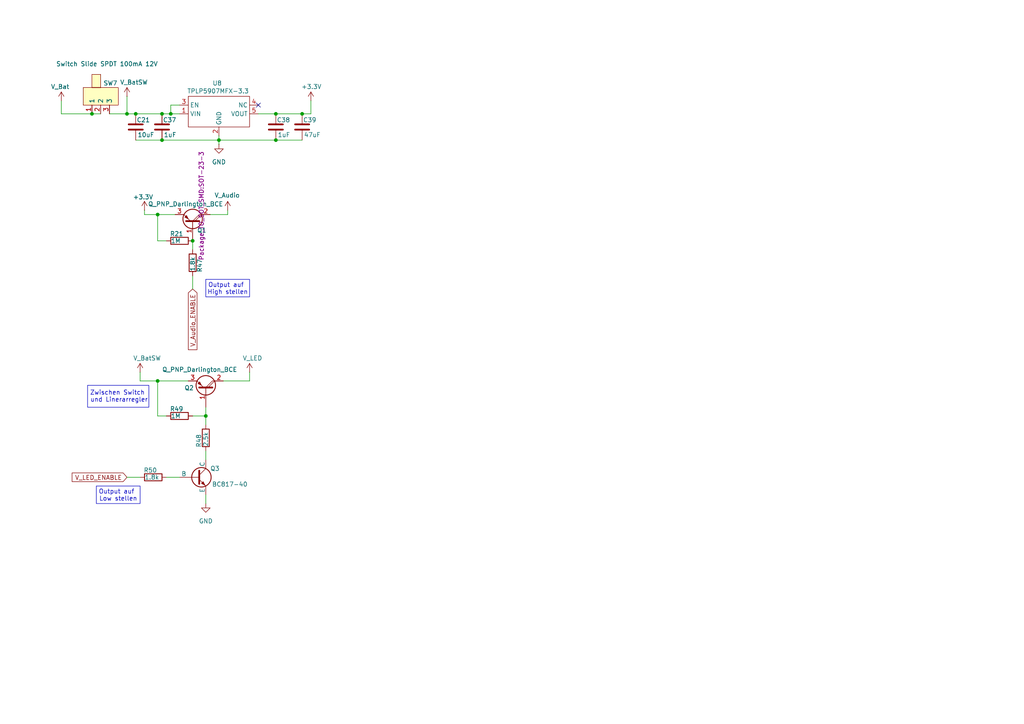
<source format=kicad_sch>
(kicad_sch (version 20231120) (generator "eeschema") (generator_version "8.0")
  (paper "A4")
  (lib_symbols
    (symbol "Device:C" (pin_numbers hide) (pin_names (offset 0.254))
      (property "Reference" "C" (at 0.635 2.54 0))
      (property "Value" "C" (at 0.635 -2.54 0))
      (symbol "C_0_1"
        (polyline (pts (xy -2.032 -0.762) (xy 2.032 -0.762)) (stroke (width 0.508)))
        (polyline (pts (xy -2.032 0.762) (xy 2.032 0.762)) (stroke (width 0.508)))
      )
      (symbol "C_1_1"
        (pin passive line (at 0 3.81 270) (length 2.794) (name "~") (number "1"))
        (pin passive line (at 0 -3.81 90) (length 2.794) (name "~") (number "2"))
      )
    )
    (symbol "Device:Q_PNP_Darlington_BCE" (pin_names (offset 0) hide)
      (property "Reference" "Q" (at 4.572 1.27 0))
      (property "Value" "Q_PNP_Darlington_BCE" (at 4.572 -1.27 0))
      (symbol "Q_PNP_Darlington_BCE_0_1"
        (polyline (pts (xy 0.635 0.635) (xy 2.54 2.54)))
        (polyline (pts (xy 0.635 -0.635) (xy 2.54 -2.54) (xy 2.54 -2.54)))
        (polyline (pts (xy 0.635 0) (xy 2.54 1.905) (xy 2.54 2.54)))
        (polyline (pts (xy 0.635 1.905) (xy 0.635 -1.905) (xy 0.635 -1.905)) (stroke (width 0.508)))
        (polyline (pts (xy 2.286 -1.778) (xy 1.778 -2.286) (xy 1.27 -1.27) (xy 2.286 -1.778) (xy 2.286 -1.778)) (fill (type outline)))
        (circle (center 1.27 0) (radius 2.8194) (stroke (width 0.254)))
      )
      (symbol "Q_PNP_Darlington_BCE_1_1"
        (pin input line (at -5.08 0 0) (length 5.715) (name "B") (number "1"))
        (pin passive line (at 2.54 5.08 270) (length 2.54) (name "C") (number "2"))
        (pin passive line (at 2.54 -5.08 90) (length 2.54) (name "E") (number "3"))
      )
    )
    (symbol "Device:R" (pin_numbers hide) (pin_names (offset 0))
      (property "Reference" "R" (at 2.032 0 90))
      (property "Value" "R" (at 0 0 90))
      (symbol "R_0_1"
        (rectangle (start -1.016 -2.54) (end 1.016 2.54) (stroke (width 0.254)))
      )
      (symbol "R_1_1"
        (pin passive line (at 0 3.81 270) (length 1.27) (name "~") (number "1"))
        (pin passive line (at 0 -3.81 90) (length 1.27) (name "~") (number "2"))
      )
    )
    (symbol "Eduboard_Kicadlib:1FS1T1B9M2RES-5"
      (property "Reference" "SW?" (at 0 0 0))
      (property "Value" "1FS1T1B9M2RES-5" (at 0 -10.16 0))
      (symbol "1FS1T1B9M2RES-5_0_1"
        (rectangle (start -5.08 2.54) (end 5.08 -2.54) (fill (type background)))
        (rectangle (start -2.54 6.35) (end 0 2.54) (fill (type background)))
        (pin unspecified line (at -2.54 -5.08 90) (length 2.54) (name "1") (number "1"))
        (pin unspecified line (at 0 -5.08 90) (length 2.54) (name "2") (number "2"))
        (pin unspecified line (at 2.54 -5.08 90) (length 2.54) (name "3") (number "3"))
      )
    )
    (symbol "Library:TPLP5907MFX-3.3"
      (property "Reference" "U" (at 0 11.684 0))
      (property "Value" "TPLP5907MFX-3.3" (at 0 0 0))
      (symbol "TPLP5907MFX-3.3_0_1"
        (rectangle (start -8.89 6.35) (end 8.89 -2.54))
      )
      (symbol "TPLP5907MFX-3.3_1_1"
        (pin power_in line (at -11.43 1.27 0) (length 2.54) (name "VIN") (number "1"))
        (pin power_in line (at 0 -5.08 90) (length 2.54) (name "GND") (number "2"))
        (pin input line (at -11.43 3.81 0) (length 2.54) (name "EN") (number "3"))
        (pin input line (at 11.43 3.81 180) (length 2.54) (name "NC") (number "4"))
        (pin power_out line (at 11.43 1.27 180) (length 2.54) (name "VOUT") (number "5"))
      )
    )
    (symbol "Simulation_SPICE:NPN" (pin_numbers hide) (pin_names (offset 0))
      (property "Reference" "Q" (at -2.54 7.62 0))
      (property "Value" "NPN" (at -2.54 5.08 0))
      (symbol "NPN_0_1"
        (polyline (pts (xy -2.54 0) (xy 0.635 0)) (stroke (width 0.1524)))
        (polyline (pts (xy 0.635 0.635) (xy 2.54 2.54)))
        (polyline (pts (xy 2.794 -1.27) (xy 2.794 -1.27)) (stroke (width 0.1524)))
        (polyline (pts (xy 2.794 -1.27) (xy 2.794 -1.27)) (stroke (width 0.1524)))
        (polyline (pts (xy 0.635 -0.635) (xy 2.54 -2.54) (xy 2.54 -2.54)))
        (polyline (pts (xy 0.635 1.905) (xy 0.635 -1.905) (xy 0.635 -1.905)) (stroke (width 0.508)))
        (polyline (pts (xy 1.27 -1.778) (xy 1.778 -1.27) (xy 2.286 -2.286) (xy 1.27 -1.778) (xy 1.27 -1.778)) (fill (type outline)))
        (circle (center 1.27 0) (radius 2.8194) (stroke (width 0.254)))
      )
      (symbol "NPN_1_1"
        (pin open_collector line (at 2.54 5.08 270) (length 2.54) (name "C") (number "1"))
        (pin input line (at -5.08 0 0) (length 2.54) (name "B") (number "2"))
        (pin open_emitter line (at 2.54 -5.08 90) (length 2.54) (name "E") (number "3"))
      )
    )
    (symbol "power:+3.3V" (power) (pin_numbers hide) (pin_names (offset 0) hide)
      (property "Value" "+3.3V" (at 0 3.556 0))
      (symbol "+3.3V_0_1"
        (polyline (pts (xy -0.762 1.27) (xy 0 2.54)))
        (polyline (pts (xy 0 0) (xy 0 2.54)))
        (polyline (pts (xy 0 2.54) (xy 0.762 1.27)))
      )
      (symbol "+3.3V_1_1"
        (pin power_in line (at 0 0 90) (length 0) (name "~") (number "1"))
      )
    )
    (symbol "power:GND" (power) (pin_numbers hide) (pin_names (offset 0) hide)
      (property "Value" "GND" (at 0 -3.81 0))
      (symbol "GND_0_1"
        (polyline (pts (xy 0 0) (xy 0 -1.27) (xy 1.27 -1.27) (xy 0 -2.54) (xy -1.27 -1.27) (xy 0 -1.27)))
      )
      (symbol "GND_1_1"
        (pin power_in line (at 0 0 270) (length 0) (name "~") (number "1"))
      )
    )
  )
  (junction (at 45.72 62.23))
  (junction (at 45.72 110.49))
  (junction (at 80.01 40.64))
  (junction (at 26.67 33.02))
  (junction (at 80.01 33.02))
  (junction (at 49.53 33.02))
  (junction (at 46.99 40.64))
  (junction (at 39.37 33.02))
  (junction (at 87.63 33.02))
  (junction (at 55.88 69.85))
  (junction (at 63.5 40.64))
  (junction (at 59.69 120.65))
  (junction (at 36.83 33.02))
  (junction (at 46.99 33.02))
  (no_connect (at 74.93 30.48))
  (wire (pts (xy 49.53 33.02) (xy 52.07 33.02)))
  (wire (pts (xy 59.69 123.19) (xy 59.69 120.65)))
  (wire (pts (xy 31.75 33.02) (xy 36.83 33.02)))
  (wire (pts (xy 90.17 29.21) (xy 90.17 33.02)))
  (wire (pts (xy 36.83 138.43) (xy 40.64 138.43)))
  (wire (pts (xy 63.5 39.37) (xy 63.5 40.64)))
  (wire (pts (xy 46.99 33.02) (xy 49.53 33.02)))
  (wire (pts (xy 66.04 62.23) (xy 60.96 62.23)))
  (wire (pts (xy 55.88 72.39) (xy 55.88 69.85)))
  (wire (pts (xy 41.91 60.96) (xy 41.91 62.23)))
  (wire (pts (xy 45.72 120.65) (xy 48.26 120.65)))
  (wire (pts (xy 74.93 33.02) (xy 80.01 33.02)))
  (wire (pts (xy 55.88 120.65) (xy 59.69 120.65)))
  (wire (pts (xy 41.91 62.23) (xy 45.72 62.23)))
  (wire (pts (xy 36.83 27.94) (xy 36.83 33.02)))
  (wire (pts (xy 45.72 62.23) (xy 45.72 69.85)))
  (wire (pts (xy 52.07 30.48) (xy 49.53 30.48)))
  (wire (pts (xy 80.01 40.64) (xy 87.63 40.64)))
  (wire (pts (xy 55.88 83.82) (xy 55.88 80.01)))
  (wire (pts (xy 63.5 40.64) (xy 80.01 40.64)))
  (wire (pts (xy 45.72 62.23) (xy 50.8 62.23)))
  (wire (pts (xy 63.5 41.91) (xy 63.5 40.64)))
  (wire (pts (xy 72.39 107.95) (xy 72.39 110.49)))
  (wire (pts (xy 80.01 33.02) (xy 87.63 33.02)))
  (wire (pts (xy 36.83 33.02) (xy 39.37 33.02)))
  (wire (pts (xy 48.26 138.43) (xy 52.07 138.43)))
  (wire (pts (xy 45.72 69.85) (xy 48.26 69.85)))
  (wire (pts (xy 54.61 110.49) (xy 45.72 110.49)))
  (wire (pts (xy 46.99 40.64) (xy 63.5 40.64)))
  (wire (pts (xy 64.77 110.49) (xy 72.39 110.49)))
  (wire (pts (xy 66.04 60.96) (xy 66.04 62.23)))
  (wire (pts (xy 59.69 133.35) (xy 59.69 130.81)))
  (wire (pts (xy 45.72 110.49) (xy 40.64 110.49)))
  (wire (pts (xy 59.69 146.05) (xy 59.69 143.51)))
  (wire (pts (xy 49.53 30.48) (xy 49.53 33.02)))
  (wire (pts (xy 45.72 110.49) (xy 45.72 120.65)))
  (wire (pts (xy 87.63 33.02) (xy 90.17 33.02)))
  (wire (pts (xy 39.37 33.02) (xy 46.99 33.02)))
  (wire (pts (xy 40.64 107.95) (xy 40.64 110.49)))
  (wire (pts (xy 17.78 33.02) (xy 26.67 33.02)))
  (wire (pts (xy 59.69 120.65) (xy 59.69 118.11)))
  (wire (pts (xy 26.67 33.02) (xy 29.21 33.02)))
  (wire (pts (xy 39.37 40.64) (xy 46.99 40.64)))
  (wire (pts (xy 17.78 29.21) (xy 17.78 33.02)))
  (rectangle (start 25.4 111.76) (end 43.18 118.11))
  (rectangle (start 59.69 86.106) (end 72.39 81.026))
  (rectangle (start 27.94 140.97) (end 40.64 146.05))
  (text "Output auf \nLow stellen" (at 34.29 143.764 0) (effects (font (size 1.27 1.27))))
  (text "Output auf \nHigh stellen" (at 66.04 83.82 0) (effects (font (size 1.27 1.27))))
  (text "Zwischen Switch \nund Linerarregler" (at 34.544 115.062 0) (effects (font (size 1.27 1.27))))
  (global_label "V_LED_ENABLE" (shape input) (at 36.83 138.43 180) (property "Intersheetrefs" "${INTERSHEET_REFS}" (effects (hide yes))))
  (global_label "V_Audio_ENABLE" (shape input) (at 55.88 83.82 270) (property "Intersheetrefs" "${INTERSHEET_REFS}" (effects (hide yes))))
  (symbol (lib_id "Library:TPLP5907MFX-3.3") (at 63.5 34.29 0) (unit 1)
    (property "Reference" "U8" (at 62.992 24.13 0))
    (property "Value" "TPLP5907MFX-3.3" (at 63.246 26.416 0))
    (property "Footprint" "Package_TO_SOT_SMD:SOT-23-5_HandSoldering" (effects (hide yes)))
    (property "Datasheet" "file:///C:/data/Schule/BuP/5_Semester/Marvin/MarvinProject/6_Semester/MarvinDatenblaetter/LinearVoltageRegulator/2411121130_TECH-PUBLIC-TPLP5907MFX-3-3_C5370990.pdf" (effects (hide yes)))
  )
  (symbol (lib_id "Simulation_SPICE:NPN") (at 57.15 138.43 0) (unit 1)
    (property "Reference" "Q3" (at 60.96 135.89 0) (effects (justify left)))
    (property "Value" "BC817-40" (at 61.468 140.462 0) (effects (justify left)))
    (property "Footprint" "Package_TO_SOT_SMD:SOT-23" (effects (hide yes)))
    (property "Datasheet" "file:///C:/data/Schule/BuP/5_Semester/Marvin/MarvinProject/6_Semester/MarvinDatenblaetter/BC817/BC817-16%20SERIES_K2001.pdf" (effects (hide yes)))
    (property "Description" "Bipolar transistor symbol for simulation only, substrate tied to the emitter" (effects (hide yes)))
    (property "Sim.Device" "NPN" (effects (hide yes)))
    (property "Sim.Type" "GUMMELPOON" (effects (hide yes)))
    (property "Sim.Pins" "1=C 2=B 3=E" (effects (hide yes)))
  )
  (symbol (lib_id "Device:Q_PNP_Darlington_BCE") (at 55.88 64.77 270) (mirror x) (unit 1)
    (property "Reference" "Q1" (at 57.15 66.802 90) (effects (justify left)))
    (property "Value" "Q_PNP_Darlington_BCE" (at 42.926 59.182 90) (effects (justify left)))
    (property "Footprint" "Package_TO_SOT_SMD:SOT-23-3" (at 58.42 59.69 0))
    (property "Description" "PNP Darlington transistor, base/collector/emitter" (effects (hide yes)))
  )
  (symbol (lib_id "Device:R") (at 52.07 120.65 270) (unit 1)
    (property "Reference" "R49" (at 49.276 118.618 90) (effects (justify left)))
    (property "Value" "1M" (at 49.53 120.65 90) (effects (justify left)))
    (property "Footprint" "Resistor_SMD:R_0805_2012Metric_Pad1.20x1.40mm_HandSolder" (effects (hide yes)))
    (property "Description" "Resistor" (effects (hide yes)))
  )
  (symbol (lib_id "Device:R") (at 59.69 127 0) (unit 1)
    (property "Reference" "R48" (at 57.658 129.794 90) (effects (justify left)))
    (property "Value" "2.5k" (at 59.69 129.54 90) (effects (justify left)))
    (property "Footprint" "Resistor_SMD:R_0805_2012Metric_Pad1.20x1.40mm_HandSolder" (effects (hide yes)))
    (property "Description" "Resistor" (effects (hide yes)))
  )
  (symbol (lib_id "power:+3.3V") (at 41.91 60.96 0) (mirror y) (unit 1)
    (property "Reference" "#PWR049" (effects (hide yes)))
    (property "Value" "+3.3V" (at 44.45 57.15 0) (effects (justify left)))
    (property "Description" "Power symbol creates a global label with name \"+3.3V\"" (effects (hide yes)))
  )
  (symbol (lib_id "power:+3.3V") (at 40.64 107.95 0) (unit 1)
    (property "Reference" "#PWR068" (effects (hide yes)))
    (property "Value" "V_BatSW" (at 38.608 103.886 0) (effects (justify left)))
    (property "Description" "Power symbol creates a global label with name \"+3.3V\"" (effects (hide yes)))
  )
  (symbol (lib_id "power:+3.3V") (at 36.83 27.94 0) (unit 1)
    (property "Reference" "#PWR070" (effects (hide yes)))
    (property "Value" "V_BatSW" (at 34.798 23.876 0) (effects (justify left)))
    (property "Description" "Power symbol creates a global label with name \"+3.3V\"" (effects (hide yes)))
  )
  (symbol (lib_id "Eduboard_Kicadlib:1FS1T1B9M2RES-5") (at 29.21 27.94 0) (unit 1)
    (property "Reference" "SW7" (at 29.972 24.13 0) (effects (justify left)))
    (property "Value" "Switch Slide SPDT 100mA 12V" (at 16.256 18.542 0) (effects (justify left)))
    (property "Footprint" "Library:SW" (effects (hide yes)))
    (property "Datasheet" "https://www.ckswitches.com/media/1428/os.pdf" (effects (hide yes)))
    (property "Manufacturer" "Dailywell(德利威)" (effects (hide yes)))
    (property "LCSC Part" "OS102011MA1QN1" (effects (hide yes)))
    (property "JLC Part" "Extended Part" (effects (hide yes)))
  )
  (symbol (lib_id "Device:Q_PNP_Darlington_BCE") (at 59.69 113.03 270) (mirror x) (unit 1)
    (property "Reference" "Q2" (at 54.864 112.522 90))
    (property "Value" "Q_PNP_Darlington_BCE" (at 57.912 107.188 90))
    (property "Footprint" "Package_TO_SOT_SMD:SOT-23-3" (effects (hide yes)))
    (property "Description" "PNP Darlington transistor, base/collector/emitter" (effects (hide yes)))
  )
  (symbol (lib_id "Device:C") (at 46.99 36.83 0) (unit 1)
    (property "Reference" "C37" (at 47.244 34.798 0) (effects (justify left)))
    (property "Value" "1uF" (at 47.498 39.116 0) (effects (justify left)))
    (property "Footprint" "Capacitor_SMD:C_0805_2012Metric_Pad1.18x1.45mm_HandSolder" (effects (hide yes)))
    (property "Description" "Unpolarized capacitor" (effects (hide yes)))
  )
  (symbol (lib_id "power:+3.3V") (at 17.78 29.21 0) (unit 1)
    (property "Reference" "#PWR066" (effects (hide yes)))
    (property "Value" "V_Bat" (at 14.732 25.146 0) (effects (justify left)))
    (property "Description" "Power symbol creates a global label with name \"+3.3V\"" (effects (hide yes)))
  )
  (symbol (lib_id "power:+3.3V") (at 90.17 29.21 0) (unit 1)
    (property "Reference" "#PWR065" (effects (hide yes)))
    (property "Value" "+3.3V" (at 87.376 25.146 0) (effects (justify left)))
    (property "Description" "Power symbol creates a global label with name \"+3.3V\"" (effects (hide yes)))
  )
  (symbol (lib_id "Device:C") (at 39.37 36.83 0) (unit 1)
    (property "Reference" "C21" (at 39.624 34.798 0) (effects (justify left)))
    (property "Value" "10uF" (at 39.878 39.116 0) (effects (justify left)))
    (property "Footprint" "Capacitor_SMD:C_1206_3216Metric_Pad1.33x1.80mm_HandSolder" (effects (hide yes)))
    (property "Description" "Unpolarized capacitor" (effects (hide yes)))
  )
  (symbol (lib_id "Device:R") (at 44.45 138.43 270) (unit 1)
    (property "Reference" "R50" (at 41.656 136.398 90) (effects (justify left)))
    (property "Value" "1.8k" (at 41.91 138.43 90) (effects (justify left)))
    (property "Footprint" "Resistor_SMD:R_0805_2012Metric_Pad1.20x1.40mm_HandSolder" (effects (hide yes)))
    (property "Description" "Resistor" (effects (hide yes)))
  )
  (symbol (lib_id "power:+3.3V") (at 72.39 107.95 0) (unit 1)
    (property "Reference" "#PWR069" (effects (hide yes)))
    (property "Value" "V_LED" (at 70.358 103.886 0) (effects (justify left)))
    (property "Description" "Power symbol creates a global label with name \"+3.3V\"" (effects (hide yes)))
  )
  (symbol (lib_id "Device:R") (at 52.07 69.85 270) (unit 1)
    (property "Reference" "R21" (at 49.276 67.818 90) (effects (justify left)))
    (property "Value" "1M" (at 49.53 69.85 90) (effects (justify left)))
    (property "Footprint" "Resistor_SMD:R_0805_2012Metric_Pad1.20x1.40mm_HandSolder" (effects (hide yes)))
    (property "Description" "Resistor" (effects (hide yes)))
  )
  (symbol (lib_id "power:+3.3V") (at 66.04 60.96 0) (mirror y) (unit 1)
    (property "Reference" "#PWR062" (effects (hide yes)))
    (property "Value" "V_Audio" (at 69.596 56.642 0) (effects (justify left)))
    (property "Description" "Power symbol creates a global label with name \"+3.3V\"" (effects (hide yes)))
  )
  (symbol (lib_id "Device:C") (at 87.63 36.83 0) (unit 1)
    (property "Reference" "C39" (at 87.884 34.798 0) (effects (justify left)))
    (property "Value" "47uF" (at 88.138 39.116 0) (effects (justify left)))
    (property "Footprint" "Capacitor_SMD:CP_Elec_6.3x5.9" (effects (hide yes)))
    (property "Description" "Unpolarized capacitor" (effects (hide yes)))
  )
  (symbol (lib_id "Device:C") (at 80.01 36.83 0) (unit 1)
    (property "Reference" "C38" (at 80.264 34.798 0) (effects (justify left)))
    (property "Value" "1uF" (at 80.518 39.116 0) (effects (justify left)))
    (property "Footprint" "Capacitor_SMD:C_0805_2012Metric_Pad1.18x1.45mm_HandSolder" (effects (hide yes)))
    (property "Description" "Unpolarized capacitor" (effects (hide yes)))
  )
  (symbol (lib_id "power:GND") (at 63.5 41.91 0) (unit 1)
    (property "Reference" "#PWR063" (effects (hide yes)))
    (property "Value" "GND" (at 63.5 46.99 0))
    (property "Description" "Power symbol creates a global label with name \"GND\" , ground" (effects (hide yes)))
  )
  (symbol (lib_id "Device:R") (at 55.88 76.2 0) (mirror y) (unit 1)
    (property "Reference" "R47" (at 57.912 78.994 90) (effects (justify left)))
    (property "Value" "1.8k" (at 55.88 78.74 90) (effects (justify left)))
    (property "Footprint" "Resistor_SMD:R_0805_2012Metric_Pad1.20x1.40mm_HandSolder" (effects (hide yes)))
    (property "Description" "Resistor" (effects (hide yes)))
  )
  (symbol (lib_id "power:GND") (at 59.69 146.05 0) (unit 1)
    (property "Reference" "#PWR067" (effects (hide yes)))
    (property "Value" "GND" (at 59.69 151.13 0))
    (property "Description" "Power symbol creates a global label with name \"GND\" , ground" (effects (hide yes)))
  )
)
</source>
